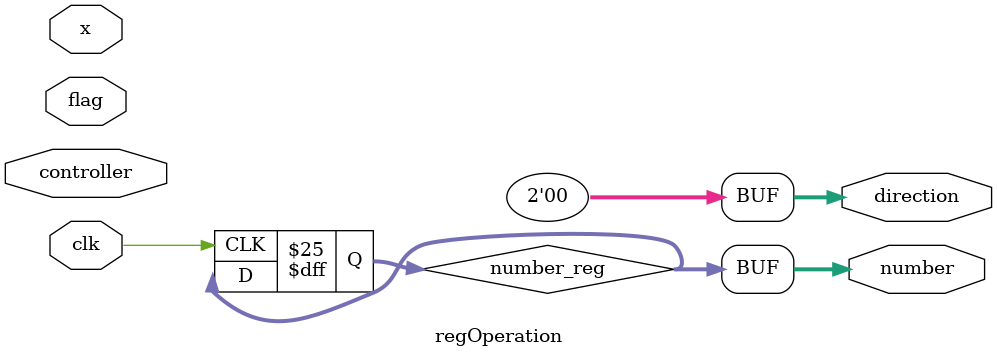
<source format=v>
`timescale 1ns / 1ps
module regOperation(
	 input clk,
	 input controller,
    input  [31:0] x,
	 input flag,
	 output [1:0] direction,
    output [31:0] number
    );

	 reg [31:0] number_reg, number_ant, number_temp;
	 reg flag_ready;
	 
	 initial begin
		number_reg = 0;
		number_ant = 0;
		flag_ready = 0;
	 end	 
	 
	 always @ (posedge clk) begin
		if(controller == 0) flag_ready = 0;
		if(~flag & number_ant != x & controller == 2) begin
			flag_reagy = 1;
			number_reg = number_reg << 8;
			number_reg[7:0] = x[7:0];
			number_ant = x;
		end
	 end

	 assign number = number_reg;
	 assign flagNumberOne = flag_ready;
	 assign direction = 31'h400004;
	 
endmodule

</source>
